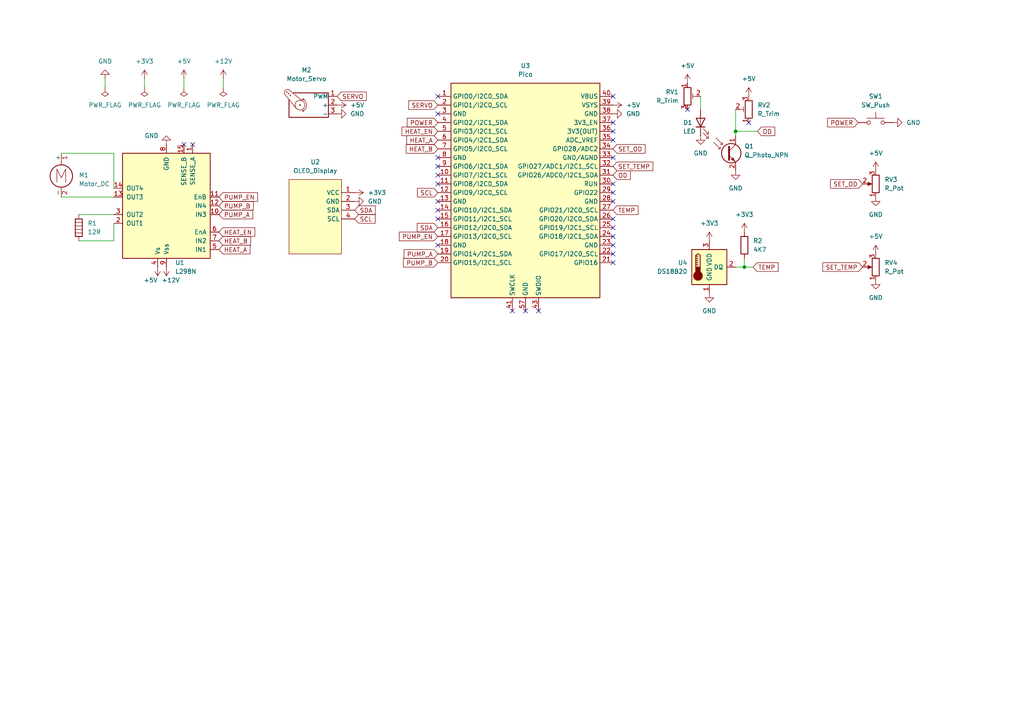
<source format=kicad_sch>
(kicad_sch (version 20211123) (generator eeschema)
  (paper "A4")
  (title_block (title "Bioreactor") (date "2022-08-08") (company "Sheffield iGEM"))
  (lib_symbols
    (symbol "Device:Heater" (pin_numbers hide) (pin_names (offset 0))
      (property "Reference" "R" (at 2.032 0 90))
      (property "Value" "Heater" (at -2.032 0 90))
      (symbol "Heater_0_1"
        (rectangle (start -1.016 -2.54) (end 1.016 2.54) (stroke (width 0.254)))
        (polyline (pts (xy -1.016 1.524) (xy 1.016 1.524)))
        (polyline (pts (xy 1.016 -1.524) (xy -1.016 -1.524)))
        (polyline (pts (xy 1.016 -0.508) (xy -1.016 -0.508)))
        (polyline (pts (xy 1.016 0.508) (xy -1.016 0.508)))
      )
      (symbol "Heater_1_1"
        (pin passive line (at 0 3.81 270) (length 1.27) (name "~") (number "1"))
        (pin passive line (at 0 -3.81 90) (length 1.27) (name "~") (number "2"))
      )
    )
    (symbol "Device:LED" (pin_numbers hide) (pin_names (offset 1.016) hide)
      (property "Reference" "D" (at 0 2.54 0))
      (property "Value" "LED" (at 0 -2.54 0))
      (symbol "LED_0_1"
        (polyline (pts (xy -1.27 -1.27) (xy -1.27 1.27)) (stroke (width 0.254)))
        (polyline (pts (xy -1.27 0) (xy 1.27 0)))
        (polyline (pts (xy 1.27 -1.27) (xy 1.27 1.27) (xy -1.27 0) (xy 1.27 -1.27)) (stroke (width 0.254)))
        (polyline (pts (xy -3.048 -0.762) (xy -4.572 -2.286) (xy -3.81 -2.286) (xy -4.572 -2.286) (xy -4.572 -1.524)))
        (polyline (pts (xy -1.778 -0.762) (xy -3.302 -2.286) (xy -2.54 -2.286) (xy -3.302 -2.286) (xy -3.302 -1.524)))
      )
      (symbol "LED_1_1"
        (pin passive line (at -3.81 0 0) (length 2.54) (name "K") (number "1"))
        (pin passive line (at 3.81 0 180) (length 2.54) (name "A") (number "2"))
      )
    )
    (symbol "Device:Q_Photo_NPN" (pin_names (offset 0) hide)
      (property "Reference" "Q" (at 5.08 1.27 0))
      (property "Value" "Q_Photo_NPN" (at 5.08 -1.27 0))
      (symbol "Q_Photo_NPN_0_1"
        (polyline (pts (xy -1.905 1.27) (xy -2.54 1.27)))
        (polyline (pts (xy -1.27 2.54) (xy -1.905 2.54)))
        (polyline (pts (xy 0.635 0.635) (xy 2.54 2.54)))
        (polyline (pts (xy -3.81 3.175) (xy -1.905 1.27) (xy -1.905 1.905)))
        (polyline (pts (xy -3.175 4.445) (xy -1.27 2.54) (xy -1.27 3.175)))
        (polyline (pts (xy 0.635 -0.635) (xy 2.54 -2.54) (xy 2.54 -2.54)))
        (polyline (pts (xy 0.635 1.905) (xy 0.635 -1.905) (xy 0.635 -1.905)) (stroke (width 0.508)))
        (polyline (pts (xy 1.27 -1.778) (xy 1.778 -1.27) (xy 2.286 -2.286) (xy 1.27 -1.778) (xy 1.27 -1.778)) (fill (type outline)))
        (circle (center 1.27 0) (radius 2.8194) (stroke (width 0.254)))
      )
      (symbol "Q_Photo_NPN_1_1"
        (pin passive line (at 2.54 5.08 270) (length 2.54) (name "C") (number "1"))
        (pin passive line (at 2.54 -5.08 90) (length 2.54) (name "E") (number "2"))
      )
    )
    (symbol "Device:R" (pin_numbers hide) (pin_names (offset 0))
      (property "Reference" "R" (at 2.032 0 90))
      (property "Value" "R" (at 0 0 90))
      (symbol "R_0_1"
        (rectangle (start -1.016 -2.54) (end 1.016 2.54) (stroke (width 0.254)))
      )
      (symbol "R_1_1"
        (pin passive line (at 0 3.81 270) (length 1.27) (name "~") (number "1"))
        (pin passive line (at 0 -3.81 90) (length 1.27) (name "~") (number "2"))
      )
    )
    (symbol "Device:R_Potentiometer" (pin_names (offset 1.016) hide)
      (property "Reference" "RV" (at -4.445 0 90))
      (property "Value" "R_Potentiometer" (at -2.54 0 90))
      (symbol "R_Potentiometer_0_1"
        (polyline (pts (xy 2.54 0) (xy 1.524 0)))
        (polyline (pts (xy 1.143 0) (xy 2.286 0.508) (xy 2.286 -0.508) (xy 1.143 0)) (fill (type outline)))
        (rectangle (start 1.016 2.54) (end -1.016 -2.54) (stroke (width 0.254)))
      )
      (symbol "R_Potentiometer_1_1"
        (pin passive line (at 0 3.81 270) (length 1.27) (name "1") (number "1"))
        (pin passive line (at 3.81 0 180) (length 1.27) (name "2") (number "2"))
        (pin passive line (at 0 -3.81 90) (length 1.27) (name "3") (number "3"))
      )
    )
    (symbol "Device:R_Potentiometer_Trim" (pin_names (offset 1.016) hide)
      (property "Reference" "RV" (at -4.445 0 90))
      (property "Value" "R_Potentiometer_Trim" (at -2.54 0 90))
      (symbol "R_Potentiometer_Trim_0_1"
        (polyline (pts (xy 1.524 0.762) (xy 1.524 -0.762)))
        (polyline (pts (xy 2.54 0) (xy 1.524 0)))
        (rectangle (start 1.016 2.54) (end -1.016 -2.54) (stroke (width 0.254)))
      )
      (symbol "R_Potentiometer_Trim_1_1"
        (pin passive line (at 0 3.81 270) (length 1.27) (name "1") (number "1"))
        (pin passive line (at 3.81 0 180) (length 1.27) (name "2") (number "2"))
        (pin passive line (at 0 -3.81 90) (length 1.27) (name "3") (number "3"))
      )
    )
    (symbol "Display_Graphic:OLED_display_1"
      (property "Reference" "U1" (at -12.7 12.7 0))
      (property "Value" "OLED_display_1" (at -12.7 10.16 0))
      (symbol "OLED_display_1_0_1"
        (rectangle (start -20.32 7.62) (end -5.08 -13.97) (fill (type background)))
      )
      (symbol "OLED_display_1_1_1"
        (pin bidirectional line (at -1.27 3.81 180) (length 3.81) (name "VCC") (number "1"))
        (pin bidirectional line (at -1.27 1.27 180) (length 3.81) (name "GND") (number "2"))
        (pin input line (at -1.27 -1.27 180) (length 3.81) (name "SDA") (number "3"))
        (pin input line (at -1.27 -3.81 180) (length 3.81) (name "SCL") (number "4"))
      )
    )
    (symbol "Driver_Motor:L298N" (pin_names (offset 1.016))
      (property "Reference" "U" (at -10.16 16.51 0))
      (property "Value" "L298N" (at 12.7 16.51 0))
      (symbol "L298N_0_1"
        (rectangle (start -12.7 15.24) (end 12.7 -15.24) (stroke (width 0.254)) (fill (type background)))
      )
      (symbol "L298N_1_1"
        (pin power_in line (at -7.62 -17.78 90) (length 2.54) (name "SENSE_A") (number "1"))
        (pin input line (at -15.24 2.54 0) (length 2.54) (name "IN3") (number "10"))
        (pin input line (at -15.24 -2.54 0) (length 2.54) (name "EnB") (number "11"))
        (pin input line (at -15.24 0 0) (length 2.54) (name "IN4") (number "12"))
        (pin output line (at 15.24 -2.54 180) (length 2.54) (name "OUT3") (number "13"))
        (pin output line (at 15.24 -5.08 180) (length 2.54) (name "OUT4") (number "14"))
        (pin power_in line (at -5.08 -17.78 90) (length 2.54) (name "SENSE_B") (number "15"))
        (pin output line (at 15.24 5.08 180) (length 2.54) (name "OUT1") (number "2"))
        (pin output line (at 15.24 2.54 180) (length 2.54) (name "OUT2") (number "3"))
        (pin power_in line (at 2.54 17.78 270) (length 2.54) (name "Vs") (number "4"))
        (pin input line (at -15.24 12.7 0) (length 2.54) (name "IN1") (number "5"))
        (pin input line (at -15.24 7.62 0) (length 2.54) (name "EnA") (number "6"))
        (pin input line (at -15.24 10.16 0) (length 2.54) (name "IN2") (number "7"))
        (pin power_in line (at 0 -17.78 90) (length 2.54) (name "GND") (number "8"))
        (pin power_in line (at 0 17.78 270) (length 2.54) (name "Vss") (number "9"))
      )
    )
    (symbol "MCU_RaspberryPi:Pico"
      (property "Reference" "U2" (at 0 46.99 0))
      (property "Value" "Pico" (at 0 44.45 0))
      (property "Footprint" "Package_DFN_QFN:QFN-56-1EP_7x7mm_P0.4mm_EP3.2x3.2mm" (at 0 0 90))
      (property "Datasheet" "https://datasheets.raspberrypi.com/rp2040/rp2040-datasheet.pdf" (at 0 0 90))
      (symbol "Pico_0_1"
        (rectangle (start -21.59 41.91) (end 21.59 -20.32) (stroke (width 0.254)) (fill (type background)))
      )
      (symbol "Pico_1_1"
        (pin bidirectional line (at -25.4 38.1 0) (length 3.81) (name "GPIO0/I2C0_SDA") (number "1"))
        (pin bidirectional line (at -25.4 15.24 0) (length 3.81) (name "GPIO7/I2C1_SCL") (number "10"))
        (pin bidirectional line (at -25.4 12.7 0) (length 3.81) (name "GPIO8/I2C0_SDA") (number "11"))
        (pin bidirectional line (at -25.4 10.16 0) (length 3.81) (name "GPIO9/I2C0_SCL") (number "12"))
        (pin bidirectional line (at -25.4 7.62 0) (length 3.81) (name "GND") (number "13"))
        (pin bidirectional line (at -25.4 5.08 0) (length 3.81) (name "GPIO10/I2C1_SDA") (number "14"))
        (pin bidirectional line (at -25.4 2.54 0) (length 3.81) (name "GPIO11/I2C1_SCL") (number "15"))
        (pin bidirectional line (at -25.4 0 0) (length 3.81) (name "GPIO12/I2C0_SDA") (number "16"))
        (pin bidirectional line (at -25.4 -2.54 0) (length 3.81) (name "GPIO13/I2C0_SCL") (number "17"))
        (pin bidirectional line (at -25.4 -5.08 0) (length 3.81) (name "GND") (number "18"))
        (pin bidirectional line (at -25.4 -7.62 0) (length 3.81) (name "GPIO14/I2C1_SDA") (number "19"))
        (pin bidirectional line (at -25.4 35.56 0) (length 3.81) (name "GPIO1/I2C0_SCL") (number "2"))
        (pin bidirectional line (at -25.4 -10.16 0) (length 3.81) (name "GPIO15/I2C1_SCL") (number "20"))
        (pin bidirectional line (at 25.4 -10.16 180) (length 3.81) (name "GPIO16") (number "21"))
        (pin bidirectional line (at 25.4 -7.62 180) (length 3.81) (name "GPIO17/I2C0_SCL") (number "22"))
        (pin bidirectional line (at 25.4 -5.08 180) (length 3.81) (name "GND") (number "23"))
        (pin bidirectional line (at 25.4 -2.54 180) (length 3.81) (name "GPIO18/I2C1_SDA") (number "24"))
        (pin bidirectional line (at 25.4 0 180) (length 3.81) (name "GPIO19/I2C1_SCL") (number "25"))
        (pin bidirectional line (at 25.4 2.54 180) (length 3.81) (name "GPIO20/I2C0_SDA") (number "26"))
        (pin bidirectional line (at 25.4 5.08 180) (length 3.81) (name "GPIO21/I2C0_SCL") (number "27"))
        (pin bidirectional line (at 25.4 7.62 180) (length 3.81) (name "GND") (number "28"))
        (pin bidirectional line (at 25.4 10.16 180) (length 3.81) (name "GPIO22") (number "29"))
        (pin bidirectional line (at -25.4 33.02 0) (length 3.81) (name "GND") (number "3"))
        (pin bidirectional line (at 25.4 12.7 180) (length 3.81) (name "RUN") (number "30"))
        (pin bidirectional line (at 25.4 15.24 180) (length 3.81) (name "GPIO26/ADC0/I2C1_SDA") (number "31"))
        (pin bidirectional line (at 25.4 17.78 180) (length 3.81) (name "GPIO27/ADC1/I2C1_SCL") (number "32"))
        (pin bidirectional line (at 25.4 20.32 180) (length 3.81) (name "GND/AGND") (number "33"))
        (pin bidirectional line (at 25.4 22.86 180) (length 3.81) (name "GPIO28/ADC2") (number "34"))
        (pin bidirectional line (at 25.4 25.4 180) (length 3.81) (name "ADC_VREF") (number "35"))
        (pin bidirectional line (at 25.4 27.94 180) (length 3.81) (name "3V3(OUT)") (number "36"))
        (pin bidirectional line (at 25.4 30.48 180) (length 3.81) (name "3V3_EN") (number "37"))
        (pin bidirectional line (at 25.4 33.02 180) (length 3.81) (name "GND") (number "38"))
        (pin bidirectional line (at 25.4 35.56 180) (length 3.81) (name "VSYS") (number "39"))
        (pin bidirectional line (at -25.4 30.48 0) (length 3.81) (name "GPIO2/I2C1_SDA") (number "4"))
        (pin bidirectional line (at 25.4 38.1 180) (length 3.81) (name "VBUS") (number "40"))
        (pin bidirectional line (at -3.81 -24.13 90) (length 3.81) (name "SWCLK") (number "41"))
        (pin bidirectional line (at 3.81 -24.13 90) (length 3.81) (name "SWDIO") (number "43"))
        (pin bidirectional line (at -25.4 27.94 0) (length 3.81) (name "GPIO3/I2C1_SCL") (number "5"))
        (pin bidirectional line (at 0 -24.13 90) (length 3.81) (name "GND") (number "57"))
        (pin bidirectional line (at -25.4 25.4 0) (length 3.81) (name "GPIO4/I2C1_SDA") (number "6"))
        (pin bidirectional line (at -25.4 22.86 0) (length 3.81) (name "GPIO5/I2C0_SCL") (number "7"))
        (pin bidirectional line (at -25.4 20.32 0) (length 3.81) (name "GND") (number "8"))
        (pin bidirectional line (at -25.4 17.78 0) (length 3.81) (name "GPIO6/I2C1_SDA") (number "9"))
      )
    )
    (symbol "Motor:Motor_DC" (pin_names (offset 0))
      (property "Reference" "M" (at 2.54 2.54 0))
      (property "Value" "Motor_DC" (at 2.54 -5.08 0))
      (symbol "Motor_DC_0_0"
        (polyline (pts (xy -1.27 -3.302) (xy -1.27 0.508) (xy 0 -2.032) (xy 1.27 0.508) (xy 1.27 -3.302)))
      )
      (symbol "Motor_DC_0_1"
        (circle (center 0 -1.524) (radius 3.2512) (stroke (width 0.254)))
        (polyline (pts (xy 0 -7.62) (xy 0 -7.112)))
        (polyline (pts (xy 0 -4.7752) (xy 0 -5.1816)))
        (polyline (pts (xy 0 1.7272) (xy 0 2.0828)))
        (polyline (pts (xy 0 2.032) (xy 0 2.54)))
      )
      (symbol "Motor_DC_1_1"
        (pin passive line (at 0 5.08 270) (length 2.54) (name "+") (number "1"))
        (pin passive line (at 0 -7.62 90) (length 2.54) (name "-") (number "2"))
      )
    )
    (symbol "Motor:Motor_Servo" (pin_names (offset 0.0254))
      (property "Reference" "M" (at -5.08 4.445 0))
      (property "Value" "Motor_Servo" (at -5.08 -4.064 0))
      (symbol "Motor_Servo_0_1"
        (polyline (pts (xy 2.413 -1.778) (xy 2.032 -1.778)))
        (polyline (pts (xy 2.413 -1.778) (xy 2.286 -1.397)))
        (polyline (pts (xy 2.413 1.778) (xy 1.905 1.778)))
        (polyline (pts (xy 2.413 1.778) (xy 2.286 1.397)))
        (polyline (pts (xy 6.35 4.445) (xy 2.54 1.27)))
        (polyline (pts (xy 7.62 3.175) (xy 4.191 -1.016)))
        (polyline (pts (xy 5.08 3.556) (xy -5.08 3.556) (xy -5.08 -3.556) (xy 6.35 -3.556) (xy 6.35 1.524)) (stroke (width 0.254)))
        (arc (start 2.413 1.778) (mid 1.2406 0) (end 2.413 -1.778))
        (circle (center 3.175 0) (radius 0.1778))
        (circle (center 3.175 0) (radius 1.4224))
        (circle (center 5.969 2.794) (radius 0.127))
        (circle (center 6.477 3.302) (radius 0.127))
        (circle (center 6.985 3.81) (radius 0.127))
        (arc (start 7.62 3.175) (mid 7.4485 4.2735) (end 6.35 4.445))
      )
      (symbol "Motor_Servo_1_1"
        (pin passive line (at -7.62 2.54 0) (length 2.54) (name "PWM") (number "1"))
        (pin passive line (at -7.62 0 0) (length 2.54) (name "+") (number "2"))
        (pin passive line (at -7.62 -2.54 0) (length 2.54) (name "-") (number "3"))
      )
    )
    (symbol "Sensor_Temperature:DS18B20" (pin_names (offset 1.016))
      (property "Reference" "U" (at -3.81 6.35 0))
      (property "Value" "DS18B20" (at 6.35 6.35 0))
      (symbol "DS18B20_0_1"
        (rectangle (start -5.08 5.08) (end 5.08 -5.08) (stroke (width 0.254)) (fill (type background)))
        (circle (center -3.302 -2.54) (radius 1.27) (stroke (width 0.254)) (fill (type outline)))
        (rectangle (start -2.667 -1.905) (end -3.937 0) (stroke (width 0.254)) (fill (type outline)))
        (arc (start -2.667 3.175) (mid -3.302 3.81) (end -3.937 3.175) (stroke (width 0.254)))
        (polyline (pts (xy -3.937 0.635) (xy -3.302 0.635)) (stroke (width 0.254)))
        (polyline (pts (xy -3.937 1.27) (xy -3.302 1.27)) (stroke (width 0.254)))
        (polyline (pts (xy -3.937 1.905) (xy -3.302 1.905)) (stroke (width 0.254)))
        (polyline (pts (xy -3.937 2.54) (xy -3.302 2.54)) (stroke (width 0.254)))
        (polyline (pts (xy -3.937 3.175) (xy -3.937 0)) (stroke (width 0.254)))
        (polyline (pts (xy -3.937 3.175) (xy -3.302 3.175)) (stroke (width 0.254)))
        (polyline (pts (xy -2.667 3.175) (xy -2.667 0)) (stroke (width 0.254)))
      )
      (symbol "DS18B20_1_1"
        (pin power_in line (at 0 -7.62 90) (length 2.54) (name "GND") (number "1"))
        (pin bidirectional line (at 7.62 0 180) (length 2.54) (name "DQ") (number "2"))
        (pin power_in line (at 0 7.62 270) (length 2.54) (name "VDD") (number "3"))
      )
    )
    (symbol "Switch:SW_Push" (pin_numbers hide) (pin_names (offset 1.016) hide)
      (property "Reference" "SW" (at 1.27 2.54 0))
      (property "Value" "SW_Push" (at 0 -1.524 0))
      (symbol "SW_Push_0_1"
        (circle (center -2.032 0) (radius 0.508))
        (polyline (pts (xy 0 1.27) (xy 0 3.048)))
        (polyline (pts (xy 2.54 1.27) (xy -2.54 1.27)))
        (circle (center 2.032 0) (radius 0.508))
        (pin passive line (at -5.08 0 0) (length 2.54) (name "1") (number "1"))
        (pin passive line (at 5.08 0 180) (length 2.54) (name "2") (number "2"))
      )
    )
    (symbol "power:+12V" (power) (pin_names (offset 0))
      (property "Value" "+12V" (at 0 3.556 0))
      (symbol "+12V_0_1"
        (polyline (pts (xy -0.762 1.27) (xy 0 2.54)))
        (polyline (pts (xy 0 0) (xy 0 2.54)))
        (polyline (pts (xy 0 2.54) (xy 0.762 1.27)))
      )
      (symbol "+12V_1_1"
        (pin power_in line (at 0 0 90) (length 0) hide (name "+12V") (number "1"))
      )
    )
    (symbol "power:+3V3" (power) (pin_names (offset 0))
      (property "Value" "+3V3" (at 0 3.556 0))
      (symbol "+3V3_0_1"
        (polyline (pts (xy -0.762 1.27) (xy 0 2.54)))
        (polyline (pts (xy 0 0) (xy 0 2.54)))
        (polyline (pts (xy 0 2.54) (xy 0.762 1.27)))
      )
      (symbol "+3V3_1_1"
        (pin power_in line (at 0 0 90) (length 0) hide (name "+3V3") (number "1"))
      )
    )
    (symbol "power:+5V" (power) (pin_names (offset 0))
      (property "Value" "+5V" (at 0 3.556 0))
      (symbol "+5V_0_1"
        (polyline (pts (xy -0.762 1.27) (xy 0 2.54)))
        (polyline (pts (xy 0 0) (xy 0 2.54)))
        (polyline (pts (xy 0 2.54) (xy 0.762 1.27)))
      )
      (symbol "+5V_1_1"
        (pin power_in line (at 0 0 90) (length 0) hide (name "+5V") (number "1"))
      )
    )
    (symbol "power:GND" (power) (pin_names (offset 0))
      (property "Value" "GND" (at 0 -3.81 0))
      (symbol "GND_0_1"
        (polyline (pts (xy 0 0) (xy 0 -1.27) (xy 1.27 -1.27) (xy 0 -2.54) (xy -1.27 -1.27) (xy 0 -1.27)))
      )
      (symbol "GND_1_1"
        (pin power_in line (at 0 0 270) (length 0) hide (name "GND") (number "1"))
      )
    )
    (symbol "power:PWR_FLAG" (power) (pin_numbers hide) (pin_names (offset 0) hide)
      (property "Value" "PWR_FLAG" (at 0 3.81 0))
      (symbol "PWR_FLAG_0_0"
        (pin power_out line (at 0 0 90) (length 0) (name "pwr") (number "1"))
      )
      (symbol "PWR_FLAG_0_1"
        (polyline (pts (xy 0 0) (xy 0 1.27) (xy -1.016 1.905) (xy 0 2.54) (xy 1.016 1.905) (xy 0 1.27)))
      )
    )
  )
  (junction (at 213.36 38.1))
  (junction (at 215.9 77.47))
  (no_connect (at 55.88 41.91))
  (no_connect (at 53.34 41.91))
  (no_connect (at 177.8 27.94))
  (no_connect (at 127 27.94))
  (no_connect (at 199.39 31.75))
  (no_connect (at 217.17 35.56))
  (no_connect (at 177.8 58.42))
  (no_connect (at 177.8 38.1))
  (no_connect (at 127 45.72))
  (no_connect (at 127 33.02))
  (no_connect (at 127 63.5))
  (no_connect (at 177.8 76.2))
  (no_connect (at 127 60.96))
  (no_connect (at 127 58.42))
  (no_connect (at 127 53.34))
  (no_connect (at 127 50.8))
  (no_connect (at 127 48.26))
  (no_connect (at 177.8 66.04))
  (no_connect (at 177.8 68.58))
  (no_connect (at 177.8 71.12))
  (no_connect (at 177.8 73.66))
  (no_connect (at 177.8 40.64))
  (no_connect (at 177.8 63.5))
  (no_connect (at 148.59 90.17))
  (no_connect (at 156.21 90.17))
  (no_connect (at 152.4 90.17))
  (no_connect (at 177.8 35.56))
  (no_connect (at 177.8 53.34))
  (no_connect (at 127 71.12))
  (no_connect (at 177.8 45.72))
  (no_connect (at 177.8 55.88))
  (wire (pts (xy 213.36 77.47) (xy 215.9 77.47)))
  (wire (pts (xy 213.36 31.75) (xy 213.36 38.1)))
  (wire (pts (xy 22.86 69.85) (xy 33.02 69.85)))
  (wire (pts (xy 215.9 74.93) (xy 215.9 77.47)))
  (wire (pts (xy 213.36 38.1) (xy 219.71 38.1)))
  (wire (pts (xy 215.9 77.47) (xy 218.44 77.47)))
  (wire (pts (xy 213.36 38.1) (xy 213.36 39.37)))
  (wire (pts (xy 30.48 22.86) (xy 30.48 25.4)))
  (wire (pts (xy 17.78 57.15) (xy 33.02 57.15)))
  (wire (pts (xy 17.78 44.45) (xy 33.02 44.45)))
  (wire (pts (xy 33.02 64.77) (xy 33.02 69.85)))
  (wire (pts (xy 33.02 54.61) (xy 33.02 44.45)))
  (wire (pts (xy 41.91 22.86) (xy 41.91 25.4)))
  (wire (pts (xy 22.86 62.23) (xy 33.02 62.23)))
  (wire (pts (xy 203.2 27.94) (xy 203.2 31.75)))
  (wire (pts (xy 53.34 22.86) (xy 53.34 25.4)))
  (wire (pts (xy 64.77 22.86) (xy 64.77 25.4)))
  (global_label "SCL" (shape input) (at 102.87 63.5 0) (property "Intersheet References" "${INTERSHEET_REFS}" (effects hide)))
  (global_label "HEAT_EN" (shape input) (at 127 38.1 180) (property "Intersheet References" "${INTERSHEET_REFS}" (effects hide)))
  (global_label "OD" (shape input) (at 177.8 50.8 0) (property "Intersheet References" "${INTERSHEET_REFS}" (effects hide)))
  (global_label "PUMP_B" (shape input) (at 63.5 59.69 0) (property "Intersheet References" "${INTERSHEET_REFS}" (effects hide)))
  (global_label "PUMP_A" (shape input) (at 127 73.66 180) (property "Intersheet References" "${INTERSHEET_REFS}" (effects hide)))
  (global_label "SDA" (shape input) (at 102.87 60.96 0) (property "Intersheet References" "${INTERSHEET_REFS}" (effects hide)))
  (global_label "SERVO" (shape input) (at 97.79 27.94 0) (property "Intersheet References" "${INTERSHEET_REFS}" (effects hide)))
  (global_label "HEAT_B" (shape input) (at 127 43.18 180) (property "Intersheet References" "${INTERSHEET_REFS}" (effects hide)))
  (global_label "TEMP" (shape input) (at 177.8 60.96 0) (property "Intersheet References" "${INTERSHEET_REFS}" (effects hide)))
  (global_label "OD" (shape input) (at 219.71 38.1 0) (property "Intersheet References" "${INTERSHEET_REFS}" (effects hide)))
  (global_label "HEAT_EN" (shape input) (at 63.5 67.31 0) (property "Intersheet References" "${INTERSHEET_REFS}" (effects hide)))
  (global_label "PUMP_EN" (shape input) (at 127 68.58 180) (property "Intersheet References" "${INTERSHEET_REFS}" (effects hide)))
  (global_label "SET_TEMP" (shape input) (at 177.8 48.26 0) (property "Intersheet References" "${INTERSHEET_REFS}" (effects hide)))
  (global_label "HEAT_A" (shape input) (at 127 40.64 180) (property "Intersheet References" "${INTERSHEET_REFS}" (effects hide)))
  (global_label "POWER" (shape input) (at 127 35.56 180) (property "Intersheet References" "${INTERSHEET_REFS}" (effects hide)))
  (global_label "HEAT_A" (shape input) (at 63.5 72.39 0) (property "Intersheet References" "${INTERSHEET_REFS}" (effects hide)))
  (global_label "HEAT_B" (shape input) (at 63.5 69.85 0) (property "Intersheet References" "${INTERSHEET_REFS}" (effects hide)))
  (global_label "PUMP_B" (shape input) (at 127 76.2 180) (property "Intersheet References" "${INTERSHEET_REFS}" (effects hide)))
  (global_label "PUMP_A" (shape input) (at 63.5 62.23 0) (property "Intersheet References" "${INTERSHEET_REFS}" (effects hide)))
  (global_label "TEMP" (shape input) (at 218.44 77.47 0) (property "Intersheet References" "${INTERSHEET_REFS}" (effects hide)))
  (global_label "SET_OD" (shape input) (at 177.8 43.18 0) (property "Intersheet References" "${INTERSHEET_REFS}" (effects hide)))
  (global_label "SERVO" (shape input) (at 127 30.48 180) (property "Intersheet References" "${INTERSHEET_REFS}" (effects hide)))
  (global_label "SDA" (shape input) (at 127 66.04 180) (property "Intersheet References" "${INTERSHEET_REFS}" (effects hide)))
  (global_label "SET_TEMP" (shape input) (at 250.19 77.47 180) (property "Intersheet References" "${INTERSHEET_REFS}" (effects hide)))
  (global_label "POWER" (shape input) (at 248.92 35.56 180) (property "Intersheet References" "${INTERSHEET_REFS}" (effects hide)))
  (global_label "SET_OD" (shape input) (at 250.19 53.34 180) (property "Intersheet References" "${INTERSHEET_REFS}" (effects hide)))
  (global_label "PUMP_EN" (shape input) (at 63.5 57.15 0) (property "Intersheet References" "${INTERSHEET_REFS}" (effects hide)))
  (global_label "SCL" (shape input) (at 127 55.88 180) (property "Intersheet References" "${INTERSHEET_REFS}" (effects hide)))
  (symbol (lib_id "power:GND") (at 205.74 85.09 0) (unit 1)
    (property "Reference" "#PWR017" (effects hide))
    (property "Value" "GND" (at 205.74 90.17 0))
  )
  (symbol (lib_id "power:GND") (at 203.2 39.37 0) (unit 1)
    (property "Reference" "#PWR015" (effects hide))
    (property "Value" "GND" (at 203.2 44.45 0))
  )
  (symbol (lib_id "power:+3V3") (at 205.74 69.85 0) (unit 1)
    (property "Reference" "#PWR016" (effects hide))
    (property "Value" "+3V3" (at 205.74 64.77 0))
  )
  (symbol (lib_id "power:GND") (at 102.87 58.42 90) (unit 1)
    (property "Reference" "#PWR011" (effects hide))
    (property "Value" "GND" (at 106.68 58.4199 90) (effects (justify right)))
  )
  (symbol (lib_id "Device:Q_Photo_NPN") (at 210.82 44.45 0) (unit 1)
    (property "Reference" "Q1" (at 215.9 42.4306 0) (effects (justify left)))
    (property "Value" "Q_Photo_NPN" (at 215.9 44.9706 0) (effects (justify left)))
  )
  (symbol (lib_id "power:GND") (at 213.36 49.53 0) (unit 1)
    (property "Reference" "#PWR018" (effects hide))
    (property "Value" "GND" (at 213.36 54.61 0))
  )
  (symbol (lib_id "power:GND") (at 177.8 33.02 90) (unit 1)
    (property "Reference" "#PWR013" (effects hide))
    (property "Value" "GND" (at 181.61 33.0199 90) (effects (justify right)))
  )
  (symbol (lib_id "power:+5V") (at 53.34 22.86 0) (unit 1)
    (property "Reference" "#PWR06" (effects hide))
    (property "Value" "+5V" (at 53.34 17.78 0))
  )
  (symbol (lib_id "power:GND") (at 254 81.28 0) (unit 1)
    (property "Reference" "#PWR024" (effects hide))
    (property "Value" "GND" (at 254 86.36 0))
  )
  (symbol (lib_id "Device:R_Potentiometer_Trim") (at 199.39 27.94 0) (unit 1)
    (property "Reference" "RV1" (at 196.85 26.6699 0) (effects (justify right)))
    (property "Value" "R_Trim" (at 196.85 29.2099 0) (effects (justify right)))
  )
  (symbol (lib_id "Switch:SW_Push") (at 254 35.56 0) (unit 1)
    (property "Reference" "SW1" (at 254 27.94 0))
    (property "Value" "SW_Push" (at 254 30.48 0))
  )
  (symbol (lib_id "power:GND") (at 254 57.15 0) (unit 1)
    (property "Reference" "#PWR022" (effects hide))
    (property "Value" "GND" (at 254 62.23 0))
  )
  (symbol (lib_id "power:+5V") (at 199.39 24.13 0) (unit 1)
    (property "Reference" "#PWR014" (effects hide))
    (property "Value" "+5V" (at 199.39 19.05 0))
  )
  (symbol (lib_id "power:GND") (at 97.79 33.02 90) (unit 1)
    (property "Reference" "#PWR09" (effects hide))
    (property "Value" "GND" (at 101.6 33.0199 90) (effects (justify right)))
  )
  (symbol (lib_id "Display_Graphic:OLED_display_1") (at 104.14 59.69 0) (unit 1)
    (property "Reference" "U2" (at 91.44 46.99 0))
    (property "Value" "OLED_Display" (at 91.44 49.53 0))
    (property "Footprint" "Display:OLED-128O064D" (effects hide))
    (property "Datasheet" "https://www.waveshare.com/wiki/0.91inch_OLED_Module" (effects hide))
  )
  (symbol (lib_id "Motor:Motor_DC") (at 17.78 49.53 0) (unit 1)
    (property "Reference" "M1" (at 22.86 50.7999 0) (effects (justify left)))
    (property "Value" "Motor_DC" (at 22.86 53.3399 0) (effects (justify left)))
  )
  (symbol (lib_id "power:PWR_FLAG") (at 30.48 25.4 180) (unit 1)
    (property "Reference" "#FLG01" (effects hide))
    (property "Value" "PWR_FLAG" (at 30.48 30.48 0))
  )
  (symbol (lib_id "power:GND") (at 259.08 35.56 90) (unit 1)
    (property "Reference" "#PWR025" (effects hide))
    (property "Value" "GND" (at 262.89 35.5599 90) (effects (justify right)))
  )
  (symbol (lib_id "power:+3V3") (at 102.87 55.88 270) (unit 1)
    (property "Reference" "#PWR010" (effects hide))
    (property "Value" "+3V3" (at 106.68 55.8799 90) (effects (justify left)))
  )
  (symbol (lib_id "power:+12V") (at 64.77 22.86 0) (unit 1)
    (property "Reference" "#PWR07" (effects hide))
    (property "Value" "+12V" (at 64.77 17.78 0))
  )
  (symbol (lib_id "Device:R_Potentiometer") (at 254 53.34 180) (unit 1)
    (property "Reference" "RV3" (at 256.54 52.0699 0) (effects (justify right)))
    (property "Value" "R_Pot" (at 256.54 54.6099 0) (effects (justify right)))
  )
  (symbol (lib_id "Device:Heater") (at 22.86 66.04 0) (unit 1)
    (property "Reference" "R1" (at 25.4 64.7699 0) (effects (justify left)))
    (property "Value" "12R" (at 25.4 67.3099 0) (effects (justify left)))
  )
  (symbol (lib_id "Motor:Motor_Servo") (at 90.17 30.48 0) (mirror y) (unit 1)
    (property "Reference" "M2" (at 88.9111 20.32 0))
    (property "Value" "Motor_Servo" (at 88.9111 22.86 0))
    (property "Datasheet" "http://forums.parallax.com/uploads/attachments/46831/74481.png" (effects hide))
  )
  (symbol (lib_id "Device:LED") (at 203.2 35.56 90) (unit 1)
    (property "Reference" "D1" (at 198.12 35.56 90) (effects (justify right)))
    (property "Value" "LED" (at 198.12 38.1 90) (effects (justify right)))
  )
  (symbol (lib_id "power:PWR_FLAG") (at 64.77 25.4 180) (unit 1)
    (property "Reference" "#FLG04" (effects hide))
    (property "Value" "PWR_FLAG" (at 64.77 30.48 0))
  )
  (symbol (lib_id "Device:R") (at 215.9 71.12 0) (unit 1)
    (property "Reference" "R2" (at 218.44 69.8499 0) (effects (justify left)))
    (property "Value" "4K7" (at 218.44 72.3899 0) (effects (justify left)))
  )
  (symbol (lib_id "power:+3V3") (at 41.91 22.86 0) (unit 1)
    (property "Reference" "#PWR02" (effects hide))
    (property "Value" "+3V3" (at 41.91 17.78 0))
  )
  (symbol (lib_id "power:GND") (at 30.48 22.86 180) (unit 1)
    (property "Reference" "#PWR01" (effects hide))
    (property "Value" "GND" (at 30.48 17.78 0))
  )
  (symbol (lib_id "power:+5V") (at 217.17 27.94 0) (unit 1)
    (property "Reference" "#PWR020" (effects hide))
    (property "Value" "+5V" (at 217.17 22.86 0))
  )
  (symbol (lib_id "power:+5V") (at 97.79 30.48 270) (unit 1)
    (property "Reference" "#PWR08" (effects hide))
    (property "Value" "+5V" (at 101.6 30.4799 90) (effects (justify left)))
  )
  (symbol (lib_id "power:+5V") (at 254 73.66 0) (unit 1)
    (property "Reference" "#PWR023" (effects hide))
    (property "Value" "+5V" (at 254 68.58 0))
  )
  (symbol (lib_id "power:PWR_FLAG") (at 53.34 25.4 180) (unit 1)
    (property "Reference" "#FLG03" (effects hide))
    (property "Value" "PWR_FLAG" (at 53.34 30.48 0))
  )
  (symbol (lib_id "MCU_RaspberryPi:Pico") (at 152.4 66.04 0) (unit 1)
    (property "Reference" "U3" (at 152.4 19.05 0))
    (property "Value" "Pico" (at 152.4 21.59 0))
    (property "Footprint" "Package_DFN_QFN:QFN-56-1EP_7x7mm_P0.4mm_EP3.2x3.2mm" (at 152.4 66.04 90) (effects (font (size 0 0))))
    (property "Datasheet" "https://datasheets.raspberrypi.com/rp2040/rp2040-datasheet.pdf" (at 152.4 66.04 90) (effects (font (size 0 0))))
  )
  (symbol (lib_id "power:PWR_FLAG") (at 41.91 25.4 180) (unit 1)
    (property "Reference" "#FLG02" (effects hide))
    (property "Value" "PWR_FLAG" (at 41.91 30.48 0))
  )
  (symbol (lib_id "power:+12V") (at 48.26 77.47 180) (unit 1)
    (property "Reference" "#PWR05" (effects hide))
    (property "Value" "+12V" (at 49.53 81.28 0))
  )
  (symbol (lib_id "power:+5V") (at 177.8 30.48 270) (unit 1)
    (property "Reference" "#PWR012" (effects hide))
    (property "Value" "+5V" (at 181.61 30.4799 90) (effects (justify left)))
  )
  (symbol (lib_id "Device:R_Potentiometer_Trim") (at 217.17 31.75 180) (unit 1)
    (property "Reference" "RV2" (at 219.71 30.4799 0) (effects (justify right)))
    (property "Value" "R_Trim" (at 219.71 33.0199 0) (effects (justify right)))
  )
  (symbol (lib_id "Device:R_Potentiometer") (at 254 77.47 180) (unit 1)
    (property "Reference" "RV4" (at 256.54 76.1999 0) (effects (justify right)))
    (property "Value" "R_Pot" (at 256.54 78.7399 0) (effects (justify right)))
  )
  (symbol (lib_id "power:+5V") (at 45.72 77.47 0) (mirror x) (unit 1)
    (property "Reference" "#PWR03" (effects hide))
    (property "Value" "+5V" (at 45.72 81.28 0) (effects (justify right)))
  )
  (symbol (lib_id "power:+5V") (at 254 49.53 0) (unit 1)
    (property "Reference" "#PWR021" (effects hide))
    (property "Value" "+5V" (at 254 44.45 0))
  )
  (symbol (lib_id "Driver_Motor:L298N") (at 48.26 59.69 180) (unit 1)
    (property "Reference" "U1" (at 50.8 76.2 0) (effects (justify right)))
    (property "Value" "L298N" (at 50.8 78.74 0) (effects (justify right)))
    (property "Footprint" "Package_TO_SOT_THT:TO-220-15_P2.54x2.54mm_StaggerOdd_Lead4.58mm_Vertical" (effects hide))
    (property "Datasheet" "http://www.st.com/st-web-ui/static/active/en/resource/technical/document/datasheet/CD00000240.pdf" (effects hide))
  )
  (symbol (lib_id "power:+3V3") (at 215.9 67.31 0) (unit 1)
    (property "Reference" "#PWR019" (effects hide))
    (property "Value" "+3V3" (at 215.9 62.23 0))
  )
  (symbol (lib_id "Sensor_Temperature:DS18B20") (at 205.74 77.47 0) (unit 1)
    (property "Reference" "U4" (at 199.39 76.1999 0) (effects (justify right)))
    (property "Value" "DS18B20" (at 199.39 78.7399 0) (effects (justify right)))
    (property "Footprint" "Package_TO_SOT_THT:TO-92_Inline" (effects hide))
    (property "Datasheet" "http://datasheets.maximintegrated.com/en/ds/DS18B20.pdf" (effects hide))
  )
  (symbol (lib_id "power:GND") (at 48.26 41.91 180) (unit 1)
    (property "Reference" "#PWR04" (effects hide))
    (property "Value" "GND" (at 41.91 39.37 0) (effects (justify right)))
  )
)
</source>
